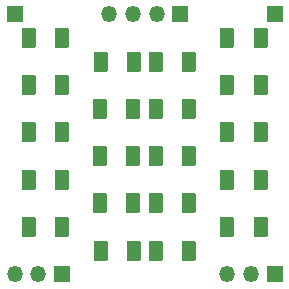
<source format=gbr>
%TF.GenerationSoftware,KiCad,Pcbnew,8.0.3*%
%TF.CreationDate,2024-07-13T00:09:24+02:00*%
%TF.ProjectId,Led Nixie,4c656420-4e69-4786-9965-2e6b69636164,rev?*%
%TF.SameCoordinates,Original*%
%TF.FileFunction,Soldermask,Top*%
%TF.FilePolarity,Negative*%
%FSLAX46Y46*%
G04 Gerber Fmt 4.6, Leading zero omitted, Abs format (unit mm)*
G04 Created by KiCad (PCBNEW 8.0.3) date 2024-07-13 00:09:24*
%MOMM*%
%LPD*%
G01*
G04 APERTURE LIST*
G04 Aperture macros list*
%AMRoundRect*
0 Rectangle with rounded corners*
0 $1 Rounding radius*
0 $2 $3 $4 $5 $6 $7 $8 $9 X,Y pos of 4 corners*
0 Add a 4 corners polygon primitive as box body*
4,1,4,$2,$3,$4,$5,$6,$7,$8,$9,$2,$3,0*
0 Add four circle primitives for the rounded corners*
1,1,$1+$1,$2,$3*
1,1,$1+$1,$4,$5*
1,1,$1+$1,$6,$7*
1,1,$1+$1,$8,$9*
0 Add four rect primitives between the rounded corners*
20,1,$1+$1,$2,$3,$4,$5,0*
20,1,$1+$1,$4,$5,$6,$7,0*
20,1,$1+$1,$6,$7,$8,$9,0*
20,1,$1+$1,$8,$9,$2,$3,0*%
G04 Aperture macros list end*
%ADD10R,1.350000X1.350000*%
%ADD11O,1.350000X1.350000*%
%ADD12RoundRect,0.250000X-0.375000X-0.625000X0.375000X-0.625000X0.375000X0.625000X-0.375000X0.625000X0*%
G04 APERTURE END LIST*
D10*
%TO.C,J1*%
X103000000Y-29000000D03*
D11*
X101000000Y-29000000D03*
X99000000Y-29000000D03*
X97000000Y-29000000D03*
%TD*%
D10*
%TO.C,J5*%
X111000000Y-29000000D03*
%TD*%
%TO.C,J4*%
X89000000Y-29000000D03*
%TD*%
%TO.C,J3*%
X93000000Y-51000000D03*
D11*
X91000000Y-51000000D03*
X89000000Y-51000000D03*
%TD*%
D10*
%TO.C,J2*%
X111000000Y-51000000D03*
D11*
X109000000Y-51000000D03*
X107000000Y-51000000D03*
%TD*%
D12*
%TO.C,D20*%
X96250000Y-49000000D03*
X99050000Y-49000000D03*
%TD*%
%TO.C,D19*%
X100950000Y-49000000D03*
X103750000Y-49000000D03*
%TD*%
%TO.C,D18*%
X90200000Y-47000000D03*
X93000000Y-47000000D03*
%TD*%
%TO.C,D17*%
X107000000Y-47000000D03*
X109800000Y-47000000D03*
%TD*%
%TO.C,D16*%
X96200000Y-45000000D03*
X99000000Y-45000000D03*
%TD*%
%TO.C,D15*%
X100950000Y-45000000D03*
X103750000Y-45000000D03*
%TD*%
%TO.C,D14*%
X90200000Y-43000000D03*
X93000000Y-43000000D03*
%TD*%
%TO.C,D13*%
X107000000Y-43000000D03*
X109800000Y-43000000D03*
%TD*%
%TO.C,D12*%
X96200000Y-41000000D03*
X99000000Y-41000000D03*
%TD*%
%TO.C,D11*%
X100950000Y-41000000D03*
X103750000Y-41000000D03*
%TD*%
%TO.C,D10*%
X90200000Y-39000000D03*
X93000000Y-39000000D03*
%TD*%
%TO.C,D9*%
X107000000Y-39000000D03*
X109800000Y-39000000D03*
%TD*%
%TO.C,D8*%
X96200000Y-37000000D03*
X99000000Y-37000000D03*
%TD*%
%TO.C,D7*%
X100950000Y-37000000D03*
X103750000Y-37000000D03*
%TD*%
%TO.C,D6*%
X90200000Y-35000000D03*
X93000000Y-35000000D03*
%TD*%
%TO.C,D5*%
X107000000Y-35000000D03*
X109800000Y-35000000D03*
%TD*%
%TO.C,D4*%
X96250000Y-33000000D03*
X99050000Y-33000000D03*
%TD*%
%TO.C,D3*%
X100950000Y-33000000D03*
X103750000Y-33000000D03*
%TD*%
%TO.C,D2*%
X90200000Y-31000000D03*
X93000000Y-31000000D03*
%TD*%
%TO.C,D1*%
X107000000Y-31000000D03*
X109800000Y-31000000D03*
%TD*%
M02*

</source>
